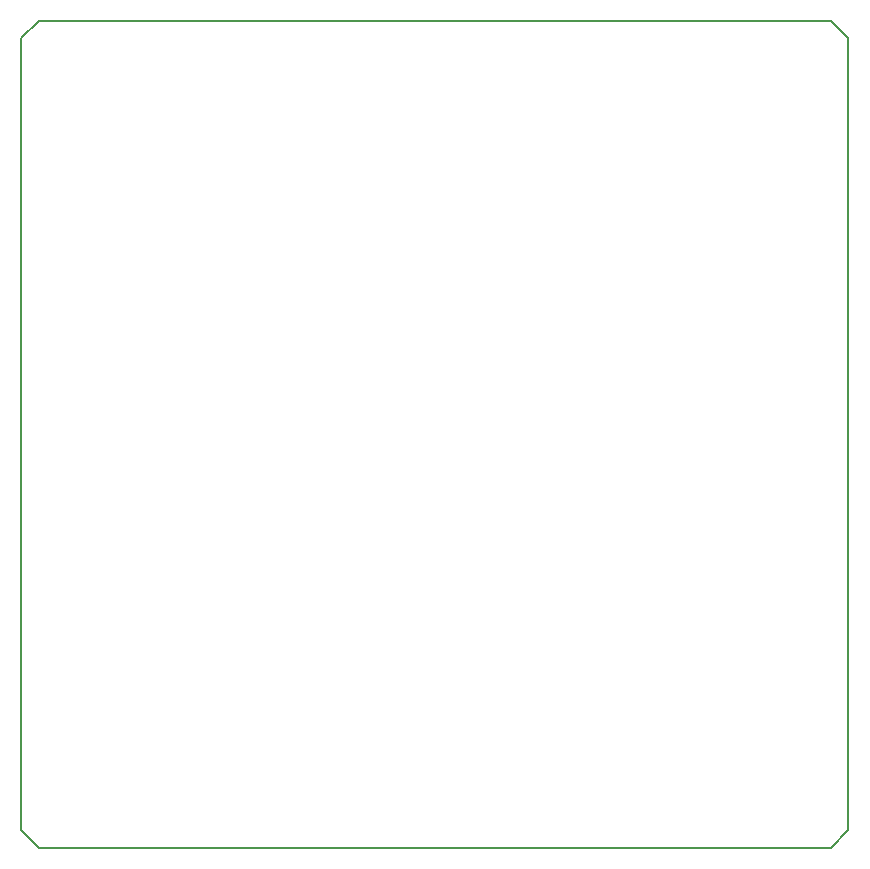
<source format=gbr>
G04 DesignSpark PCB PRO Gerber Version 10.0 Build 5299*
G04 #@! TF.Part,Single*
%FSLAX35Y35*%
%MOIN*%
%ADD18C,0.00500*%
G04 #@! TD.AperFunction*
X0Y0D02*
D02*
D18*
X12061Y6299D02*
Y270079D01*
X17967Y275984D01*
X281746D01*
X287652Y270079D01*
Y6299D01*
X281746Y394D01*
X17967D01*
X12061Y6299D01*
X0Y0D02*
M02*

</source>
